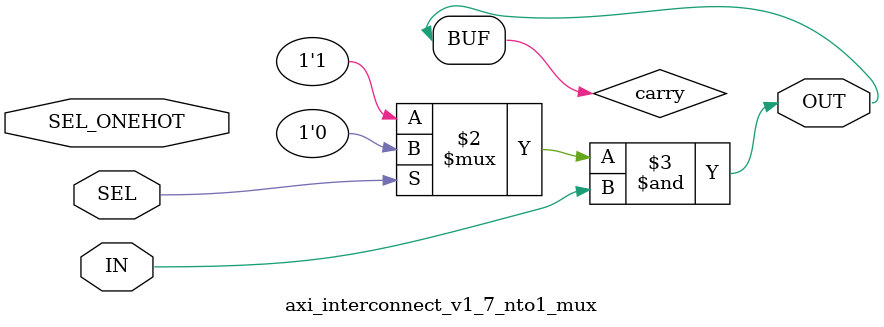
<source format=v>

`timescale 1ps/1ps
`default_nettype none

(* DowngradeIPIdentifiedWarnings="yes" *) 
module axi_interconnect_v1_7_nto1_mux #
  (
   parameter integer C_RATIO         =  1,  // Range: >=1
   parameter integer C_SEL_WIDTH     =  1,  // Range: >=1; recommended: ceil_log2(C_RATIO)
   parameter integer C_DATAOUT_WIDTH =  1,  // Range: >=1
   parameter integer C_ONEHOT        =  0   // Values: 0 = binary-encoded (use SEL); 1 = one-hot (use SEL_ONEHOT)
   )
  (
   input  wire [C_RATIO-1:0]                 SEL_ONEHOT,  // One-hot mux select (only used if C_ONEHOT=1)
   input  wire [C_SEL_WIDTH-1:0]             SEL,         // Binary-encoded mux select (only used if C_ONEHOT=0)
   input  wire [C_RATIO*C_DATAOUT_WIDTH-1:0] IN,          // Data input array (num_selections x data_width)
   output wire [C_DATAOUT_WIDTH-1:0]         OUT          // Data output vector
   );

  wire [C_DATAOUT_WIDTH*C_RATIO-1:0] carry;
  genvar i;
  
  generate
    if (C_ONEHOT == 0) begin : gen_encoded
      assign carry[C_DATAOUT_WIDTH-1:0] = {C_DATAOUT_WIDTH{(SEL==0)?1'b1:1'b0}} & IN[C_DATAOUT_WIDTH-1:0];
      for (i=1;i<C_RATIO;i=i+1) begin : gen_carrychain_enc
        assign carry[(i+1)*C_DATAOUT_WIDTH-1:i*C_DATAOUT_WIDTH] = 
               carry[i*C_DATAOUT_WIDTH-1:(i-1)*C_DATAOUT_WIDTH] |
               {C_DATAOUT_WIDTH{(SEL==i)?1'b1:1'b0}} & IN[(i+1)*C_DATAOUT_WIDTH-1:i*C_DATAOUT_WIDTH];
      end
    end else begin : gen_onehot
      assign carry[C_DATAOUT_WIDTH-1:0] = {C_DATAOUT_WIDTH{SEL_ONEHOT[0]}} & IN[C_DATAOUT_WIDTH-1:0];
      for (i=1;i<C_RATIO;i=i+1) begin : gen_carrychain_hot
        assign carry[(i+1)*C_DATAOUT_WIDTH-1:i*C_DATAOUT_WIDTH] = 
               carry[i*C_DATAOUT_WIDTH-1:(i-1)*C_DATAOUT_WIDTH] |
               {C_DATAOUT_WIDTH{SEL_ONEHOT[i]}} & IN[(i+1)*C_DATAOUT_WIDTH-1:i*C_DATAOUT_WIDTH];
      end
    end
  endgenerate
  assign OUT = carry[C_DATAOUT_WIDTH*C_RATIO-1:
                     C_DATAOUT_WIDTH*(C_RATIO-1)];
endmodule

`default_nettype wire

</source>
